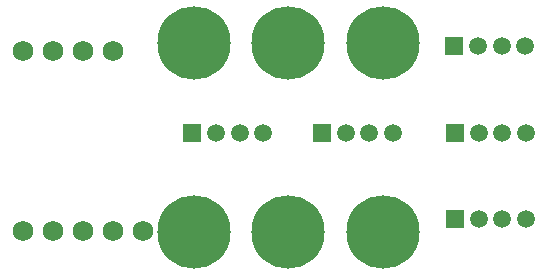
<source format=gbs>
G04*
G04 #@! TF.GenerationSoftware,Altium Limited,Altium Designer,23.0.1 (38)*
G04*
G04 Layer_Color=16711935*
%FSLAX25Y25*%
%MOIN*%
G70*
G04*
G04 #@! TF.SameCoordinates,774D8BB4-ACF3-4C22-8FF0-7C46817B3CBB*
G04*
G04*
G04 #@! TF.FilePolarity,Negative*
G04*
G01*
G75*
%ADD13R,0.05950X0.05950*%
%ADD14C,0.05950*%
%ADD15C,0.06800*%
%ADD16C,0.24422*%
D13*
X407378Y84000D02*
D03*
X450626D02*
D03*
X494878Y55500D02*
D03*
Y84000D02*
D03*
X494689Y113000D02*
D03*
D14*
X415252Y84000D02*
D03*
X423126D02*
D03*
X431000D02*
D03*
X458500D02*
D03*
X466374D02*
D03*
X474248D02*
D03*
X518500Y55500D02*
D03*
X510626D02*
D03*
X502752D02*
D03*
X518500Y84000D02*
D03*
X510626D02*
D03*
X502752D02*
D03*
X518311Y113000D02*
D03*
X510437D02*
D03*
X502563D02*
D03*
D15*
X361000Y111343D02*
D03*
X371000D02*
D03*
X351000D02*
D03*
Y51500D02*
D03*
X391000D02*
D03*
X361000D02*
D03*
X381000D02*
D03*
X371000D02*
D03*
X381000Y111343D02*
D03*
D16*
X439366Y114059D02*
D03*
X470862D02*
D03*
X407870D02*
D03*
Y51067D02*
D03*
X439366D02*
D03*
X470862D02*
D03*
M02*

</source>
